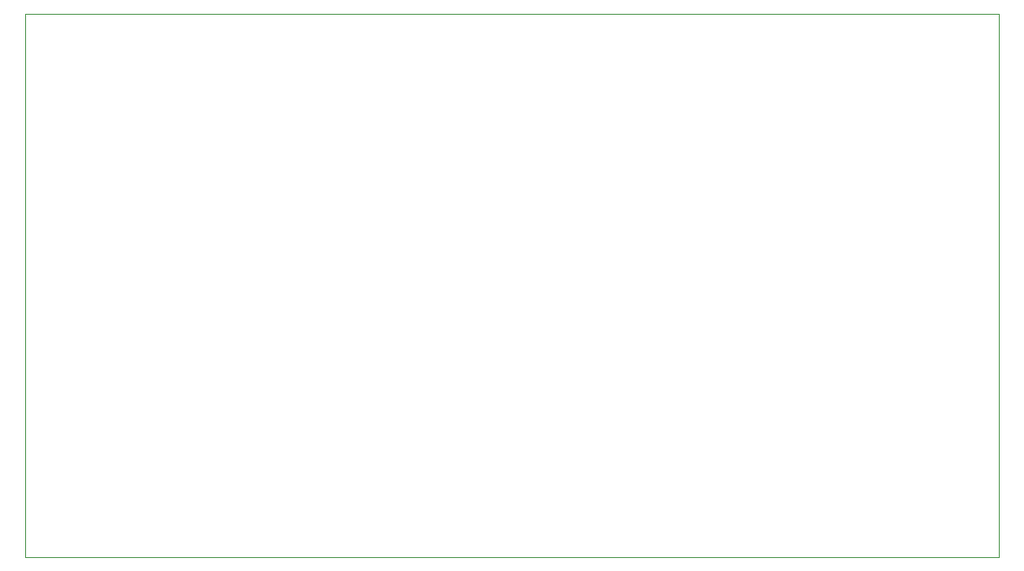
<source format=gbr>
%TF.GenerationSoftware,KiCad,Pcbnew,7.0.10*%
%TF.CreationDate,2024-03-26T16:58:00-05:00*%
%TF.ProjectId,shematic for power and light system,7368656d-6174-4696-9320-666f7220706f,rev?*%
%TF.SameCoordinates,Original*%
%TF.FileFunction,Profile,NP*%
%FSLAX46Y46*%
G04 Gerber Fmt 4.6, Leading zero omitted, Abs format (unit mm)*
G04 Created by KiCad (PCBNEW 7.0.10) date 2024-03-26 16:58:00*
%MOMM*%
%LPD*%
G01*
G04 APERTURE LIST*
%TA.AperFunction,Profile*%
%ADD10C,0.100000*%
%TD*%
G04 APERTURE END LIST*
D10*
X109881369Y-74985359D02*
X204926964Y-74985359D01*
X204926964Y-128058387D01*
X109881369Y-128058387D01*
X109881369Y-74985359D01*
M02*

</source>
